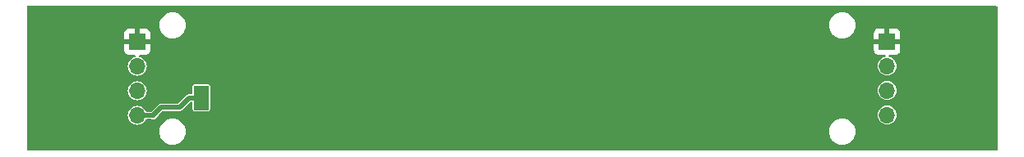
<source format=gbr>
%TF.GenerationSoftware,KiCad,Pcbnew,7.0.7*%
%TF.CreationDate,2024-07-29T17:51:35+02:00*%
%TF.ProjectId,LEDBAR,4c454442-4152-42e6-9b69-6361645f7063,rev?*%
%TF.SameCoordinates,Original*%
%TF.FileFunction,Copper,L2,Bot*%
%TF.FilePolarity,Positive*%
%FSLAX46Y46*%
G04 Gerber Fmt 4.6, Leading zero omitted, Abs format (unit mm)*
G04 Created by KiCad (PCBNEW 7.0.7) date 2024-07-29 17:51:35*
%MOMM*%
%LPD*%
G01*
G04 APERTURE LIST*
G04 Aperture macros list*
%AMRoundRect*
0 Rectangle with rounded corners*
0 $1 Rounding radius*
0 $2 $3 $4 $5 $6 $7 $8 $9 X,Y pos of 4 corners*
0 Add a 4 corners polygon primitive as box body*
4,1,4,$2,$3,$4,$5,$6,$7,$8,$9,$2,$3,0*
0 Add four circle primitives for the rounded corners*
1,1,$1+$1,$2,$3*
1,1,$1+$1,$4,$5*
1,1,$1+$1,$6,$7*
1,1,$1+$1,$8,$9*
0 Add four rect primitives between the rounded corners*
20,1,$1+$1,$2,$3,$4,$5,0*
20,1,$1+$1,$4,$5,$6,$7,0*
20,1,$1+$1,$6,$7,$8,$9,0*
20,1,$1+$1,$8,$9,$2,$3,0*%
G04 Aperture macros list end*
%TA.AperFunction,SMDPad,CuDef*%
%ADD10RoundRect,0.250000X0.550000X-1.050000X0.550000X1.050000X-0.550000X1.050000X-0.550000X-1.050000X0*%
%TD*%
%TA.AperFunction,ComponentPad*%
%ADD11R,1.700000X1.700000*%
%TD*%
%TA.AperFunction,ComponentPad*%
%ADD12O,1.700000X1.700000*%
%TD*%
%TA.AperFunction,ViaPad*%
%ADD13C,0.560000*%
%TD*%
%TA.AperFunction,Conductor*%
%ADD14C,0.500000*%
%TD*%
G04 APERTURE END LIST*
D10*
%TO.P,C1,1*%
%TO.N,VCC*%
X64000000Y-78500000D03*
%TO.P,C1,2*%
%TO.N,GND*%
X64000000Y-74900000D03*
%TD*%
D11*
%TO.P,J1,1,Pin_1*%
%TO.N,GND*%
X57375000Y-72700000D03*
D12*
%TO.P,J1,2,Pin_2*%
%TO.N,SDI*%
X57375000Y-75240000D03*
%TO.P,J1,3,Pin_3*%
%TO.N,CKI*%
X57375000Y-77780000D03*
%TO.P,J1,4,Pin_4*%
%TO.N,VCC*%
X57375000Y-80320000D03*
%TD*%
D11*
%TO.P,J2,1,Pin_1*%
%TO.N,GND*%
X134625000Y-72680000D03*
D12*
%TO.P,J2,2,Pin_2*%
%TO.N,SDO*%
X134625000Y-75220000D03*
%TO.P,J2,3,Pin_3*%
%TO.N,CKO*%
X134625000Y-77760000D03*
%TO.P,J2,4,Pin_4*%
%TO.N,VCC*%
X134625000Y-80300000D03*
%TD*%
D13*
%TO.N,VCC*%
X59000000Y-80320000D03*
%TO.N,GND*%
X115000000Y-70000000D03*
X116000000Y-74500000D03*
X137500000Y-77500000D03*
X77500000Y-72500000D03*
X80000000Y-70000000D03*
X120000000Y-82500000D03*
X105932500Y-78367500D03*
X75500000Y-74500000D03*
X83432500Y-78367500D03*
X60932500Y-78250000D03*
X50000000Y-80000000D03*
X115000000Y-82500000D03*
X78932500Y-78367500D03*
X80000000Y-82500000D03*
X107000000Y-74500000D03*
X66500000Y-74500000D03*
X52500000Y-72500000D03*
X145000000Y-75000000D03*
X110000000Y-82500000D03*
X117500000Y-72500000D03*
X142500000Y-77500000D03*
X100000000Y-82500000D03*
X92432500Y-78367500D03*
X125000000Y-82500000D03*
X80000000Y-74500000D03*
X120000000Y-70000000D03*
X97500000Y-72500000D03*
X96932500Y-78367500D03*
X71000000Y-74500000D03*
X87932500Y-78367500D03*
X52500000Y-77500000D03*
X122500000Y-72500000D03*
X135000000Y-70000000D03*
X125000000Y-70000000D03*
X69932500Y-78367500D03*
X75000000Y-82500000D03*
X75000000Y-70000000D03*
X65000000Y-82500000D03*
X105000000Y-70000000D03*
X65000000Y-70000000D03*
X87500000Y-72500000D03*
X92500000Y-72500000D03*
X74432500Y-78367500D03*
X111500000Y-74500000D03*
X95000000Y-82500000D03*
X72500000Y-72500000D03*
X90000000Y-82500000D03*
X114932500Y-78367500D03*
X142500000Y-82500000D03*
X129500000Y-74500000D03*
X145000000Y-80000000D03*
X137500000Y-82500000D03*
X110432500Y-78367500D03*
X145000000Y-70000000D03*
X50000000Y-70000000D03*
X119432500Y-78367500D03*
X128432500Y-78250000D03*
X90000000Y-70000000D03*
X137500000Y-72500000D03*
X89000000Y-74500000D03*
X84500000Y-74500000D03*
X82500000Y-72500000D03*
X55000000Y-80000000D03*
X85000000Y-70000000D03*
X140000000Y-80000000D03*
X120500000Y-74500000D03*
X95000000Y-70000000D03*
X110000000Y-70000000D03*
X142500000Y-72500000D03*
X98000000Y-74500000D03*
X55000000Y-75000000D03*
X101432500Y-78367500D03*
X140000000Y-70000000D03*
X123932500Y-78367500D03*
X70000000Y-82500000D03*
X112500000Y-72500000D03*
X125000000Y-74500000D03*
X100000000Y-70000000D03*
X102500000Y-72500000D03*
X52500000Y-82500000D03*
X93500000Y-74500000D03*
X140000000Y-75000000D03*
X102500000Y-74500000D03*
X70000000Y-70000000D03*
X50000000Y-75000000D03*
X55000000Y-70000000D03*
X65432500Y-78367500D03*
X85000000Y-82500000D03*
X67500000Y-72500000D03*
X107500000Y-72500000D03*
X62000000Y-74500000D03*
X105000000Y-82500000D03*
%TD*%
D14*
%TO.N,VCC*%
X57375000Y-80320000D02*
X59000000Y-80320000D01*
X61750000Y-79500000D02*
X62750000Y-78500000D01*
X59000000Y-80320000D02*
X59820000Y-79500000D01*
X62750000Y-78500000D02*
X64000000Y-78500000D01*
X59820000Y-79500000D02*
X61750000Y-79500000D01*
%TD*%
%TA.AperFunction,Conductor*%
%TO.N,GND*%
G36*
X145942539Y-69020185D02*
G01*
X145988294Y-69072989D01*
X145999500Y-69124500D01*
X145999500Y-83875500D01*
X145979815Y-83942539D01*
X145927011Y-83988294D01*
X145875500Y-83999500D01*
X46124500Y-83999500D01*
X46057461Y-83979815D01*
X46011706Y-83927011D01*
X46000500Y-83875500D01*
X46000500Y-82000000D01*
X59644341Y-82000000D01*
X59664936Y-82235403D01*
X59664938Y-82235413D01*
X59726094Y-82463655D01*
X59726096Y-82463659D01*
X59726097Y-82463663D01*
X59776031Y-82570745D01*
X59825964Y-82677828D01*
X59825965Y-82677830D01*
X59961505Y-82871402D01*
X60128597Y-83038494D01*
X60322169Y-83174034D01*
X60322171Y-83174035D01*
X60536337Y-83273903D01*
X60764592Y-83335063D01*
X60941034Y-83350500D01*
X61058966Y-83350500D01*
X61235408Y-83335063D01*
X61463663Y-83273903D01*
X61677829Y-83174035D01*
X61871401Y-83038495D01*
X62038495Y-82871401D01*
X62174035Y-82677830D01*
X62273903Y-82463663D01*
X62335063Y-82235408D01*
X62355659Y-82000000D01*
X128644341Y-82000000D01*
X128664936Y-82235403D01*
X128664938Y-82235413D01*
X128726094Y-82463655D01*
X128726096Y-82463659D01*
X128726097Y-82463663D01*
X128776031Y-82570745D01*
X128825964Y-82677828D01*
X128825965Y-82677830D01*
X128961505Y-82871402D01*
X129128597Y-83038494D01*
X129322169Y-83174034D01*
X129322171Y-83174035D01*
X129536337Y-83273903D01*
X129764592Y-83335063D01*
X129941034Y-83350500D01*
X130058966Y-83350500D01*
X130235408Y-83335063D01*
X130463663Y-83273903D01*
X130677829Y-83174035D01*
X130871401Y-83038495D01*
X131038495Y-82871401D01*
X131174035Y-82677830D01*
X131273903Y-82463663D01*
X131335063Y-82235408D01*
X131355659Y-82000000D01*
X131335063Y-81764592D01*
X131273903Y-81536337D01*
X131174035Y-81322171D01*
X131174034Y-81322169D01*
X131038494Y-81128597D01*
X130871402Y-80961505D01*
X130677830Y-80825965D01*
X130677828Y-80825964D01*
X130542902Y-80763047D01*
X130463663Y-80726097D01*
X130463659Y-80726096D01*
X130463655Y-80726094D01*
X130235413Y-80664938D01*
X130235403Y-80664936D01*
X130058966Y-80649500D01*
X129941034Y-80649500D01*
X129764596Y-80664936D01*
X129764586Y-80664938D01*
X129536344Y-80726094D01*
X129536335Y-80726098D01*
X129322171Y-80825964D01*
X129322169Y-80825965D01*
X129128597Y-80961505D01*
X128961506Y-81128597D01*
X128961501Y-81128604D01*
X128825967Y-81322165D01*
X128825965Y-81322169D01*
X128726098Y-81536335D01*
X128726094Y-81536344D01*
X128664938Y-81764586D01*
X128664936Y-81764596D01*
X128644341Y-81999999D01*
X128644341Y-82000000D01*
X62355659Y-82000000D01*
X62335063Y-81764592D01*
X62273903Y-81536337D01*
X62174035Y-81322171D01*
X62174034Y-81322169D01*
X62038494Y-81128597D01*
X61871402Y-80961505D01*
X61677830Y-80825965D01*
X61677828Y-80825964D01*
X61542902Y-80763047D01*
X61463663Y-80726097D01*
X61463659Y-80726096D01*
X61463655Y-80726094D01*
X61235413Y-80664938D01*
X61235403Y-80664936D01*
X61058966Y-80649500D01*
X60941034Y-80649500D01*
X60764596Y-80664936D01*
X60764586Y-80664938D01*
X60536344Y-80726094D01*
X60536335Y-80726098D01*
X60322171Y-80825964D01*
X60322169Y-80825965D01*
X60128597Y-80961505D01*
X59961506Y-81128597D01*
X59961501Y-81128604D01*
X59825967Y-81322165D01*
X59825965Y-81322169D01*
X59726098Y-81536335D01*
X59726094Y-81536344D01*
X59664938Y-81764586D01*
X59664936Y-81764596D01*
X59644341Y-81999999D01*
X59644341Y-82000000D01*
X46000500Y-82000000D01*
X46000500Y-80320000D01*
X56392770Y-80320000D01*
X56411643Y-80511626D01*
X56467538Y-80695884D01*
X56558302Y-80865692D01*
X56558306Y-80865699D01*
X56680458Y-81014541D01*
X56829300Y-81136693D01*
X56829307Y-81136697D01*
X56999115Y-81227461D01*
X56999117Y-81227462D01*
X57183376Y-81283357D01*
X57375000Y-81302230D01*
X57566624Y-81283357D01*
X57750883Y-81227462D01*
X57920698Y-81136694D01*
X58069541Y-81014541D01*
X58191694Y-80865698D01*
X58212932Y-80825964D01*
X58246563Y-80763047D01*
X58295525Y-80713203D01*
X58355921Y-80697500D01*
X58813519Y-80697500D01*
X58863208Y-80709429D01*
X58863227Y-80709372D01*
X58863953Y-80709607D01*
X58869812Y-80711014D01*
X58872506Y-80712387D01*
X58872508Y-80712388D01*
X58999998Y-80732580D01*
X59000000Y-80732580D01*
X59000002Y-80732580D01*
X59127491Y-80712388D01*
X59127492Y-80712387D01*
X59127494Y-80712387D01*
X59242508Y-80653784D01*
X59333784Y-80562508D01*
X59368945Y-80493499D01*
X59391744Y-80462119D01*
X59553865Y-80299999D01*
X133642770Y-80299999D01*
X133661643Y-80491626D01*
X133717538Y-80675884D01*
X133808302Y-80845692D01*
X133808306Y-80845699D01*
X133930458Y-80994541D01*
X134079300Y-81116693D01*
X134079307Y-81116697D01*
X134249115Y-81207461D01*
X134249117Y-81207462D01*
X134433376Y-81263357D01*
X134625000Y-81282230D01*
X134816624Y-81263357D01*
X135000883Y-81207462D01*
X135170698Y-81116694D01*
X135319541Y-80994541D01*
X135441694Y-80845698D01*
X135532462Y-80675883D01*
X135588357Y-80491624D01*
X135607230Y-80300000D01*
X135588357Y-80108376D01*
X135532462Y-79924117D01*
X135501831Y-79866810D01*
X135441697Y-79754307D01*
X135441693Y-79754300D01*
X135319541Y-79605458D01*
X135170699Y-79483306D01*
X135170692Y-79483302D01*
X135000884Y-79392538D01*
X134816626Y-79336643D01*
X134625000Y-79317770D01*
X134433373Y-79336643D01*
X134249115Y-79392538D01*
X134079307Y-79483302D01*
X134079300Y-79483306D01*
X133930458Y-79605458D01*
X133808306Y-79754300D01*
X133808302Y-79754307D01*
X133717538Y-79924115D01*
X133661643Y-80108373D01*
X133642770Y-80299999D01*
X59553865Y-80299999D01*
X59940046Y-79913819D01*
X60001370Y-79880334D01*
X60027728Y-79877500D01*
X61697989Y-79877500D01*
X61723434Y-79880139D01*
X61734184Y-79882393D01*
X61753864Y-79879939D01*
X61769617Y-79877977D01*
X61777293Y-79877500D01*
X61781278Y-79877500D01*
X61781281Y-79877500D01*
X61804428Y-79873637D01*
X61859203Y-79866810D01*
X61859209Y-79866806D01*
X61866780Y-79864553D01*
X61874265Y-79861983D01*
X61874269Y-79861983D01*
X61898538Y-79848848D01*
X61922807Y-79835715D01*
X61935203Y-79829654D01*
X61972389Y-79811476D01*
X61972391Y-79811473D01*
X61978823Y-79806882D01*
X61985065Y-79802023D01*
X61985071Y-79802020D01*
X62022456Y-79761408D01*
X62860822Y-78923042D01*
X62922143Y-78889559D01*
X62991835Y-78894543D01*
X63047768Y-78936415D01*
X63072185Y-79001879D01*
X63072501Y-79010725D01*
X63072501Y-79585825D01*
X63083191Y-79659204D01*
X63138525Y-79772392D01*
X63227607Y-79861474D01*
X63227608Y-79861474D01*
X63227610Y-79861476D01*
X63340796Y-79916809D01*
X63414173Y-79927500D01*
X64585826Y-79927499D01*
X64659204Y-79916809D01*
X64772390Y-79861476D01*
X64861476Y-79772390D01*
X64916809Y-79659204D01*
X64927500Y-79585827D01*
X64927499Y-77760000D01*
X133642770Y-77760000D01*
X133661643Y-77951626D01*
X133717538Y-78135884D01*
X133808302Y-78305692D01*
X133808306Y-78305699D01*
X133930458Y-78454541D01*
X134079300Y-78576693D01*
X134079307Y-78576697D01*
X134249115Y-78667461D01*
X134249117Y-78667462D01*
X134433376Y-78723357D01*
X134625000Y-78742230D01*
X134816624Y-78723357D01*
X135000883Y-78667462D01*
X135170698Y-78576694D01*
X135319541Y-78454541D01*
X135441694Y-78305698D01*
X135532462Y-78135883D01*
X135588357Y-77951624D01*
X135607230Y-77760000D01*
X135588357Y-77568376D01*
X135532462Y-77384117D01*
X135509307Y-77340797D01*
X135441697Y-77214307D01*
X135441693Y-77214300D01*
X135319541Y-77065458D01*
X135170699Y-76943306D01*
X135170692Y-76943302D01*
X135000884Y-76852538D01*
X134816626Y-76796643D01*
X134625000Y-76777770D01*
X134433373Y-76796643D01*
X134249115Y-76852538D01*
X134079307Y-76943302D01*
X134079300Y-76943306D01*
X133930458Y-77065458D01*
X133808306Y-77214300D01*
X133808302Y-77214307D01*
X133717538Y-77384115D01*
X133661643Y-77568373D01*
X133642770Y-77760000D01*
X64927499Y-77760000D01*
X64927499Y-77414174D01*
X64916809Y-77340796D01*
X64861476Y-77227610D01*
X64861474Y-77227608D01*
X64861474Y-77227607D01*
X64772392Y-77138525D01*
X64659202Y-77083190D01*
X64585827Y-77072500D01*
X63414174Y-77072500D01*
X63340795Y-77083191D01*
X63227607Y-77138525D01*
X63138525Y-77227607D01*
X63083190Y-77340797D01*
X63072500Y-77414172D01*
X63072500Y-77998500D01*
X63052815Y-78065539D01*
X63000011Y-78111294D01*
X62948500Y-78122500D01*
X62802011Y-78122500D01*
X62776566Y-78119861D01*
X62765816Y-78117607D01*
X62765813Y-78117607D01*
X62730383Y-78122023D01*
X62722707Y-78122500D01*
X62718719Y-78122500D01*
X62703287Y-78125074D01*
X62695570Y-78126362D01*
X62640793Y-78133190D01*
X62633254Y-78135434D01*
X62625724Y-78138019D01*
X62577202Y-78164279D01*
X62527613Y-78188521D01*
X62521169Y-78193121D01*
X62514931Y-78197977D01*
X62477554Y-78238579D01*
X62048672Y-78667462D01*
X61629953Y-79086181D01*
X61568630Y-79119666D01*
X61542272Y-79122500D01*
X59872011Y-79122500D01*
X59846566Y-79119861D01*
X59835816Y-79117607D01*
X59835813Y-79117607D01*
X59800384Y-79122023D01*
X59792708Y-79122500D01*
X59788719Y-79122500D01*
X59771349Y-79125398D01*
X59765559Y-79126364D01*
X59710791Y-79133191D01*
X59703220Y-79135445D01*
X59695733Y-79138016D01*
X59647188Y-79164286D01*
X59597611Y-79188523D01*
X59591182Y-79193113D01*
X59584927Y-79197981D01*
X59547543Y-79238591D01*
X58879952Y-79906181D01*
X58818629Y-79939666D01*
X58792271Y-79942500D01*
X58355921Y-79942500D01*
X58288882Y-79922815D01*
X58246563Y-79876953D01*
X58191697Y-79774307D01*
X58191693Y-79774300D01*
X58069541Y-79625458D01*
X57920699Y-79503306D01*
X57920692Y-79503302D01*
X57750884Y-79412538D01*
X57566626Y-79356643D01*
X57375000Y-79337770D01*
X57183373Y-79356643D01*
X56999115Y-79412538D01*
X56829307Y-79503302D01*
X56829300Y-79503306D01*
X56680458Y-79625458D01*
X56558306Y-79774300D01*
X56558302Y-79774307D01*
X56467538Y-79944115D01*
X56411643Y-80128373D01*
X56392770Y-80320000D01*
X46000500Y-80320000D01*
X46000500Y-77780000D01*
X56392770Y-77780000D01*
X56411643Y-77971626D01*
X56467538Y-78155884D01*
X56558302Y-78325692D01*
X56558306Y-78325699D01*
X56680458Y-78474541D01*
X56829300Y-78596693D01*
X56829307Y-78596697D01*
X56999115Y-78687461D01*
X56999117Y-78687462D01*
X57183376Y-78743357D01*
X57375000Y-78762230D01*
X57566624Y-78743357D01*
X57750883Y-78687462D01*
X57920698Y-78596694D01*
X58069541Y-78474541D01*
X58191694Y-78325698D01*
X58282462Y-78155883D01*
X58338357Y-77971624D01*
X58357230Y-77780000D01*
X58338357Y-77588376D01*
X58282462Y-77404117D01*
X58191694Y-77234302D01*
X58191693Y-77234300D01*
X58069541Y-77085458D01*
X57920699Y-76963306D01*
X57920692Y-76963302D01*
X57750884Y-76872538D01*
X57566626Y-76816643D01*
X57375000Y-76797770D01*
X57183373Y-76816643D01*
X56999115Y-76872538D01*
X56829307Y-76963302D01*
X56829300Y-76963306D01*
X56680458Y-77085458D01*
X56558306Y-77234300D01*
X56558302Y-77234307D01*
X56467538Y-77404115D01*
X56411643Y-77588373D01*
X56392770Y-77780000D01*
X46000500Y-77780000D01*
X46000500Y-73597844D01*
X56025000Y-73597844D01*
X56031401Y-73657372D01*
X56031403Y-73657379D01*
X56081645Y-73792086D01*
X56081649Y-73792093D01*
X56167809Y-73907187D01*
X56167812Y-73907190D01*
X56282906Y-73993350D01*
X56282913Y-73993354D01*
X56417620Y-74043596D01*
X56417627Y-74043598D01*
X56477155Y-74049999D01*
X56477172Y-74050000D01*
X57094578Y-74050000D01*
X57161617Y-74069685D01*
X57207372Y-74122489D01*
X57217316Y-74191647D01*
X57188291Y-74255203D01*
X57130574Y-74292660D01*
X56999115Y-74332538D01*
X56829307Y-74423302D01*
X56829300Y-74423306D01*
X56680458Y-74545458D01*
X56558306Y-74694300D01*
X56558302Y-74694307D01*
X56467538Y-74864115D01*
X56411643Y-75048373D01*
X56392770Y-75239999D01*
X56411643Y-75431626D01*
X56467538Y-75615884D01*
X56558302Y-75785692D01*
X56558306Y-75785699D01*
X56680458Y-75934541D01*
X56829300Y-76056693D01*
X56829307Y-76056697D01*
X56999115Y-76147461D01*
X56999117Y-76147462D01*
X57183376Y-76203357D01*
X57375000Y-76222230D01*
X57566624Y-76203357D01*
X57750883Y-76147462D01*
X57920698Y-76056694D01*
X58069541Y-75934541D01*
X58191694Y-75785698D01*
X58282462Y-75615883D01*
X58338357Y-75431624D01*
X58357230Y-75240000D01*
X58338357Y-75048376D01*
X58282462Y-74864117D01*
X58191694Y-74694302D01*
X58191693Y-74694300D01*
X58069541Y-74545458D01*
X57920699Y-74423306D01*
X57920692Y-74423302D01*
X57750884Y-74332538D01*
X57619426Y-74292660D01*
X57560988Y-74254363D01*
X57532531Y-74190550D01*
X57543092Y-74121483D01*
X57589317Y-74069090D01*
X57655422Y-74050000D01*
X58272828Y-74050000D01*
X58272844Y-74049999D01*
X58332372Y-74043598D01*
X58332379Y-74043596D01*
X58467086Y-73993354D01*
X58467093Y-73993350D01*
X58582187Y-73907190D01*
X58582190Y-73907187D01*
X58668350Y-73792093D01*
X58668354Y-73792086D01*
X58718596Y-73657379D01*
X58718598Y-73657372D01*
X58724999Y-73597844D01*
X58725000Y-73597827D01*
X58725000Y-73577844D01*
X133275000Y-73577844D01*
X133281401Y-73637372D01*
X133281403Y-73637379D01*
X133331645Y-73772086D01*
X133331649Y-73772093D01*
X133417809Y-73887187D01*
X133417812Y-73887190D01*
X133532906Y-73973350D01*
X133532913Y-73973354D01*
X133667620Y-74023596D01*
X133667627Y-74023598D01*
X133727155Y-74029999D01*
X133727172Y-74030000D01*
X134344578Y-74030000D01*
X134411617Y-74049685D01*
X134457372Y-74102489D01*
X134467316Y-74171647D01*
X134438291Y-74235203D01*
X134380574Y-74272660D01*
X134249115Y-74312538D01*
X134079307Y-74403302D01*
X134079300Y-74403306D01*
X133930458Y-74525458D01*
X133808306Y-74674300D01*
X133808302Y-74674307D01*
X133717538Y-74844115D01*
X133661643Y-75028373D01*
X133642770Y-75220000D01*
X133661643Y-75411626D01*
X133717538Y-75595884D01*
X133808302Y-75765692D01*
X133808306Y-75765699D01*
X133930458Y-75914541D01*
X134079300Y-76036693D01*
X134079307Y-76036697D01*
X134249115Y-76127461D01*
X134249117Y-76127462D01*
X134433376Y-76183357D01*
X134625000Y-76202230D01*
X134816624Y-76183357D01*
X135000883Y-76127462D01*
X135170698Y-76036694D01*
X135319541Y-75914541D01*
X135441694Y-75765698D01*
X135532462Y-75595883D01*
X135588357Y-75411624D01*
X135607230Y-75220000D01*
X135588357Y-75028376D01*
X135532462Y-74844117D01*
X135452387Y-74694307D01*
X135441697Y-74674307D01*
X135441693Y-74674300D01*
X135319541Y-74525458D01*
X135170699Y-74403306D01*
X135170692Y-74403302D01*
X135000884Y-74312538D01*
X134869426Y-74272660D01*
X134810988Y-74234363D01*
X134782531Y-74170550D01*
X134793092Y-74101483D01*
X134839317Y-74049090D01*
X134905422Y-74030000D01*
X135522828Y-74030000D01*
X135522844Y-74029999D01*
X135582372Y-74023598D01*
X135582379Y-74023596D01*
X135717086Y-73973354D01*
X135717093Y-73973350D01*
X135832187Y-73887190D01*
X135832190Y-73887187D01*
X135918350Y-73772093D01*
X135918354Y-73772086D01*
X135968596Y-73637379D01*
X135968598Y-73637372D01*
X135974999Y-73577844D01*
X135975000Y-73577827D01*
X135975000Y-72930000D01*
X135238347Y-72930000D01*
X135171308Y-72910315D01*
X135125553Y-72857511D01*
X135115609Y-72788353D01*
X135119369Y-72771067D01*
X135125000Y-72751888D01*
X135125000Y-72608111D01*
X135119369Y-72588933D01*
X135119370Y-72519064D01*
X135157145Y-72460286D01*
X135220701Y-72431262D01*
X135238347Y-72430000D01*
X135975000Y-72430000D01*
X135975000Y-71782172D01*
X135974999Y-71782155D01*
X135968598Y-71722627D01*
X135968596Y-71722620D01*
X135918354Y-71587913D01*
X135918350Y-71587906D01*
X135832190Y-71472812D01*
X135832187Y-71472809D01*
X135717093Y-71386649D01*
X135717086Y-71386645D01*
X135582379Y-71336403D01*
X135582372Y-71336401D01*
X135522844Y-71330000D01*
X134875000Y-71330000D01*
X134875000Y-72067698D01*
X134855315Y-72134737D01*
X134802511Y-72180492D01*
X134733355Y-72190436D01*
X134660766Y-72180000D01*
X134660763Y-72180000D01*
X134589237Y-72180000D01*
X134589233Y-72180000D01*
X134516645Y-72190436D01*
X134447487Y-72180492D01*
X134394684Y-72134736D01*
X134375000Y-72067698D01*
X134375000Y-71330000D01*
X133727155Y-71330000D01*
X133667627Y-71336401D01*
X133667620Y-71336403D01*
X133532913Y-71386645D01*
X133532906Y-71386649D01*
X133417812Y-71472809D01*
X133417809Y-71472812D01*
X133331649Y-71587906D01*
X133331645Y-71587913D01*
X133281403Y-71722620D01*
X133281401Y-71722627D01*
X133275000Y-71782155D01*
X133275000Y-72430000D01*
X134011653Y-72430000D01*
X134078692Y-72449685D01*
X134124447Y-72502489D01*
X134134391Y-72571647D01*
X134130631Y-72588933D01*
X134125000Y-72608111D01*
X134125000Y-72751888D01*
X134130631Y-72771067D01*
X134130630Y-72840936D01*
X134092855Y-72899714D01*
X134029299Y-72928738D01*
X134011653Y-72930000D01*
X133275000Y-72930000D01*
X133275000Y-73577844D01*
X58725000Y-73577844D01*
X58725000Y-72950000D01*
X57988347Y-72950000D01*
X57921308Y-72930315D01*
X57875553Y-72877511D01*
X57865609Y-72808353D01*
X57869369Y-72791067D01*
X57875000Y-72771888D01*
X57875000Y-72628111D01*
X57869369Y-72608933D01*
X57869370Y-72539064D01*
X57907145Y-72480286D01*
X57970701Y-72451262D01*
X57988347Y-72450000D01*
X58725000Y-72450000D01*
X58725000Y-71802172D01*
X58724999Y-71802155D01*
X58718598Y-71742627D01*
X58718596Y-71742620D01*
X58668354Y-71607913D01*
X58668350Y-71607906D01*
X58582190Y-71492812D01*
X58582187Y-71492809D01*
X58467093Y-71406649D01*
X58467086Y-71406645D01*
X58332379Y-71356403D01*
X58332372Y-71356401D01*
X58272844Y-71350000D01*
X57625000Y-71350000D01*
X57625000Y-72087698D01*
X57605315Y-72154737D01*
X57552511Y-72200492D01*
X57483355Y-72210436D01*
X57410766Y-72200000D01*
X57410763Y-72200000D01*
X57339237Y-72200000D01*
X57339233Y-72200000D01*
X57266645Y-72210436D01*
X57197487Y-72200492D01*
X57144684Y-72154736D01*
X57125000Y-72087698D01*
X57125000Y-71350000D01*
X56477155Y-71350000D01*
X56417627Y-71356401D01*
X56417620Y-71356403D01*
X56282913Y-71406645D01*
X56282906Y-71406649D01*
X56167812Y-71492809D01*
X56167809Y-71492812D01*
X56081649Y-71607906D01*
X56081645Y-71607913D01*
X56031403Y-71742620D01*
X56031401Y-71742627D01*
X56025000Y-71802155D01*
X56025000Y-72450000D01*
X56761653Y-72450000D01*
X56828692Y-72469685D01*
X56874447Y-72522489D01*
X56884391Y-72591647D01*
X56880631Y-72608933D01*
X56875000Y-72628111D01*
X56875000Y-72771888D01*
X56880631Y-72791067D01*
X56880630Y-72860936D01*
X56842855Y-72919714D01*
X56779299Y-72948738D01*
X56761653Y-72950000D01*
X56025000Y-72950000D01*
X56025000Y-73597844D01*
X46000500Y-73597844D01*
X46000500Y-71000000D01*
X59644341Y-71000000D01*
X59664936Y-71235403D01*
X59664938Y-71235413D01*
X59726094Y-71463655D01*
X59726096Y-71463659D01*
X59726097Y-71463663D01*
X59739688Y-71492809D01*
X59825964Y-71677828D01*
X59825965Y-71677830D01*
X59961505Y-71871402D01*
X60128597Y-72038494D01*
X60322169Y-72174034D01*
X60322171Y-72174035D01*
X60536337Y-72273903D01*
X60764592Y-72335063D01*
X60941034Y-72350500D01*
X61058966Y-72350500D01*
X61235408Y-72335063D01*
X61463663Y-72273903D01*
X61677829Y-72174035D01*
X61871401Y-72038495D01*
X62038495Y-71871401D01*
X62174035Y-71677830D01*
X62273903Y-71463663D01*
X62335063Y-71235408D01*
X62355659Y-71000000D01*
X128644341Y-71000000D01*
X128664936Y-71235403D01*
X128664938Y-71235413D01*
X128726094Y-71463655D01*
X128726096Y-71463659D01*
X128726097Y-71463663D01*
X128739688Y-71492809D01*
X128825964Y-71677828D01*
X128825965Y-71677830D01*
X128961505Y-71871402D01*
X129128597Y-72038494D01*
X129322169Y-72174034D01*
X129322171Y-72174035D01*
X129536337Y-72273903D01*
X129764592Y-72335063D01*
X129941034Y-72350500D01*
X130058966Y-72350500D01*
X130235408Y-72335063D01*
X130463663Y-72273903D01*
X130677829Y-72174035D01*
X130871401Y-72038495D01*
X131038495Y-71871401D01*
X131174035Y-71677830D01*
X131273903Y-71463663D01*
X131335063Y-71235408D01*
X131355659Y-71000000D01*
X131335063Y-70764592D01*
X131273903Y-70536337D01*
X131174035Y-70322171D01*
X131174034Y-70322169D01*
X131038494Y-70128597D01*
X130871402Y-69961505D01*
X130677830Y-69825965D01*
X130677828Y-69825964D01*
X130570745Y-69776030D01*
X130463663Y-69726097D01*
X130463659Y-69726096D01*
X130463655Y-69726094D01*
X130235413Y-69664938D01*
X130235403Y-69664936D01*
X130058966Y-69649500D01*
X129941034Y-69649500D01*
X129764596Y-69664936D01*
X129764586Y-69664938D01*
X129536344Y-69726094D01*
X129536335Y-69726098D01*
X129322171Y-69825964D01*
X129322169Y-69825965D01*
X129128597Y-69961505D01*
X128961506Y-70128597D01*
X128961501Y-70128604D01*
X128825967Y-70322165D01*
X128825965Y-70322169D01*
X128726098Y-70536335D01*
X128726094Y-70536344D01*
X128664938Y-70764586D01*
X128664936Y-70764596D01*
X128644341Y-70999999D01*
X128644341Y-71000000D01*
X62355659Y-71000000D01*
X62335063Y-70764592D01*
X62273903Y-70536337D01*
X62174035Y-70322171D01*
X62174034Y-70322169D01*
X62038494Y-70128597D01*
X61871402Y-69961505D01*
X61677830Y-69825965D01*
X61677828Y-69825964D01*
X61570746Y-69776030D01*
X61463663Y-69726097D01*
X61463659Y-69726096D01*
X61463655Y-69726094D01*
X61235413Y-69664938D01*
X61235403Y-69664936D01*
X61058966Y-69649500D01*
X60941034Y-69649500D01*
X60764596Y-69664936D01*
X60764586Y-69664938D01*
X60536344Y-69726094D01*
X60536335Y-69726098D01*
X60322171Y-69825964D01*
X60322169Y-69825965D01*
X60128597Y-69961505D01*
X59961506Y-70128597D01*
X59961501Y-70128604D01*
X59825967Y-70322165D01*
X59825965Y-70322169D01*
X59726098Y-70536335D01*
X59726094Y-70536344D01*
X59664938Y-70764586D01*
X59664936Y-70764596D01*
X59644341Y-70999999D01*
X59644341Y-71000000D01*
X46000500Y-71000000D01*
X46000500Y-69124500D01*
X46020185Y-69057461D01*
X46072989Y-69011706D01*
X46124500Y-69000500D01*
X145875500Y-69000500D01*
X145942539Y-69020185D01*
G37*
%TD.AperFunction*%
%TD*%
M02*

</source>
